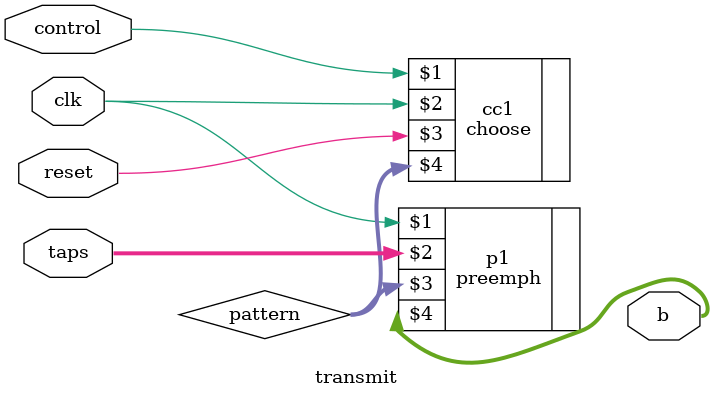
<source format=v>

module transmit(
input control ,
input clk ,
input reset ,
input signed [2:0] taps ,
output signed [12:0] b 
);
wire signed [12:0] pattern ;

//LFSR l1(clk,reset,pattern);
choose cc1(control,clk,reset,pattern);
preemph p1(clk,taps,pattern,b);

endmodule

</source>
